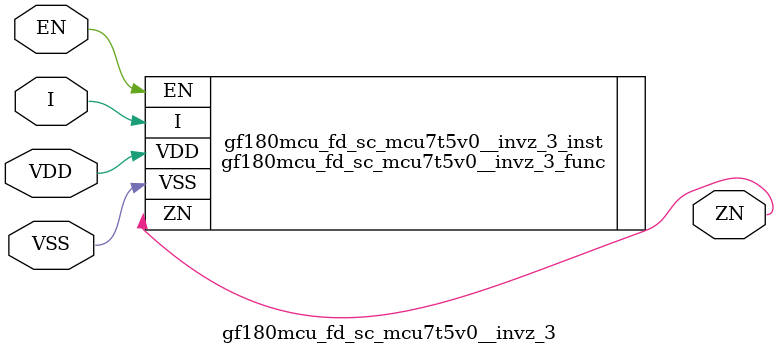
<source format=v>

module gf180mcu_fd_sc_mcu7t5v0__invz_3( EN, I, ZN, VDD, VSS );
input EN, I;
inout VDD, VSS;
output ZN;

   `ifdef FUNCTIONAL  //  functional //

	gf180mcu_fd_sc_mcu7t5v0__invz_3_func gf180mcu_fd_sc_mcu7t5v0__invz_3_behav_inst(.EN(EN),.I(I),.ZN(ZN),.VDD(VDD),.VSS(VSS));

   `else

	gf180mcu_fd_sc_mcu7t5v0__invz_3_func gf180mcu_fd_sc_mcu7t5v0__invz_3_inst(.EN(EN),.I(I),.ZN(ZN),.VDD(VDD),.VSS(VSS));

	// spec_gates_begin


	// spec_gates_end



   specify

	// specify_block_begin

	// comb arc EN --> ZN
	 (EN => ZN) = (1.0,1.0);

	// comb arc I --> ZN
	 (I => ZN) = (1.0,1.0);

	// specify_block_end

   endspecify

   `endif

endmodule

</source>
